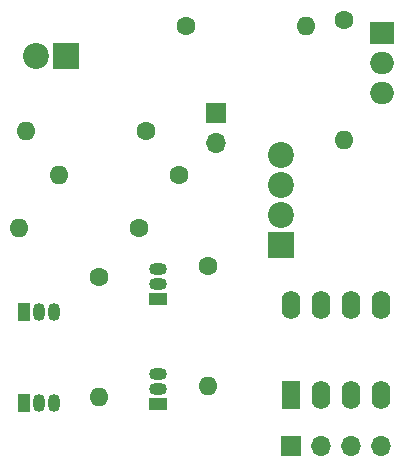
<source format=gbr>
%TF.GenerationSoftware,KiCad,Pcbnew,(6.0.10)*%
%TF.CreationDate,2023-01-15T11:08:54+01:00*%
%TF.ProjectId,PCB_PSU_LIN_2023-01-12,5043425f-5053-4555-9f4c-494e5f323032,rev?*%
%TF.SameCoordinates,Original*%
%TF.FileFunction,Copper,L2,Bot*%
%TF.FilePolarity,Positive*%
%FSLAX46Y46*%
G04 Gerber Fmt 4.6, Leading zero omitted, Abs format (unit mm)*
G04 Created by KiCad (PCBNEW (6.0.10)) date 2023-01-15 11:08:54*
%MOMM*%
%LPD*%
G01*
G04 APERTURE LIST*
%TA.AperFunction,ComponentPad*%
%ADD10C,1.600000*%
%TD*%
%TA.AperFunction,ComponentPad*%
%ADD11O,1.600000X1.600000*%
%TD*%
%TA.AperFunction,ComponentPad*%
%ADD12R,1.050000X1.500000*%
%TD*%
%TA.AperFunction,ComponentPad*%
%ADD13O,1.050000X1.500000*%
%TD*%
%TA.AperFunction,ComponentPad*%
%ADD14R,1.700000X1.700000*%
%TD*%
%TA.AperFunction,ComponentPad*%
%ADD15O,1.700000X1.700000*%
%TD*%
%TA.AperFunction,ComponentPad*%
%ADD16R,2.000000X1.905000*%
%TD*%
%TA.AperFunction,ComponentPad*%
%ADD17O,2.000000X1.905000*%
%TD*%
%TA.AperFunction,ComponentPad*%
%ADD18R,1.500000X1.050000*%
%TD*%
%TA.AperFunction,ComponentPad*%
%ADD19O,1.500000X1.050000*%
%TD*%
%TA.AperFunction,ComponentPad*%
%ADD20R,2.200000X2.200000*%
%TD*%
%TA.AperFunction,ComponentPad*%
%ADD21C,2.200000*%
%TD*%
%TA.AperFunction,ComponentPad*%
%ADD22R,1.600000X2.400000*%
%TD*%
%TA.AperFunction,ComponentPad*%
%ADD23O,1.600000X2.400000*%
%TD*%
G04 APERTURE END LIST*
D10*
%TO.P,R4,1*%
%TO.N,POWEROFF*%
X75311107Y-72393220D03*
D11*
%TO.P,R4,2*%
%TO.N,R4_1*%
X65151107Y-72393220D03*
%TD*%
D12*
%TO.P,Q4,1*%
%TO.N,Q3_2*%
X65052674Y-87741994D03*
D13*
%TO.P,Q4,2*%
%TO.N,R4_1*%
X66322674Y-87741994D03*
%TO.P,Q4,3*%
%TO.N,GND*%
X67592674Y-87741994D03*
%TD*%
D14*
%TO.P,P4,1*%
%TO.N,N/C*%
X87657000Y-99035000D03*
D15*
%TO.P,P4,2*%
X90197000Y-99035000D03*
%TO.P,P4,3*%
X92737000Y-99035000D03*
%TO.P,P4,4*%
X95277000Y-99035000D03*
%TD*%
D16*
%TO.P,Q1,1*%
%TO.N,R1_1*%
X95325935Y-64073305D03*
D17*
%TO.P,Q1,2*%
%TO.N,USB_PWR*%
X95325935Y-66613305D03*
%TO.P,Q1,3*%
%TO.N,BATT*%
X95325935Y-69153305D03*
%TD*%
D10*
%TO.P,R1,1*%
%TO.N,R1_1*%
X92069811Y-63019768D03*
D11*
%TO.P,R1,2*%
%TO.N,BATT*%
X92069811Y-73179768D03*
%TD*%
D10*
%TO.P,R2,1*%
%TO.N,IGN*%
X80601521Y-83820000D03*
D11*
%TO.P,R2,2*%
%TO.N,Q2_2*%
X80601521Y-93980000D03*
%TD*%
D18*
%TO.P,Q5,1*%
%TO.N,GND*%
X76317065Y-86595803D03*
D19*
%TO.P,Q5,2*%
%TO.N,IGN*%
X76317065Y-85325803D03*
%TO.P,Q5,3*%
%TO.N,SHUTDOWN*%
X76317065Y-84055803D03*
%TD*%
D10*
%TO.P,R7,1*%
%TO.N,GND*%
X74755012Y-80595080D03*
D11*
%TO.P,R7,2*%
%TO.N,Q3_2*%
X64595012Y-80595080D03*
%TD*%
D18*
%TO.P,Q2,1*%
%TO.N,R1_1*%
X76336262Y-95490000D03*
D19*
%TO.P,Q2,2*%
%TO.N,Q2_2*%
X76336262Y-94220000D03*
%TO.P,Q2,3*%
%TO.N,GND*%
X76336262Y-92950000D03*
%TD*%
D10*
%TO.P,R6,1*%
%TO.N,GND*%
X71392679Y-84704598D03*
D11*
%TO.P,R6,2*%
%TO.N,Q2_2*%
X71392679Y-94864598D03*
%TD*%
D14*
%TO.P,P3,1*%
%TO.N,POWEROFF*%
X81258320Y-70820081D03*
D15*
%TO.P,P3,2*%
%TO.N,SHUTDOWN*%
X81258320Y-73360081D03*
%TD*%
D10*
%TO.P,R5,1*%
%TO.N,IGN*%
X78132375Y-76114116D03*
D11*
%TO.P,R5,2*%
%TO.N,GND*%
X67972375Y-76114116D03*
%TD*%
D10*
%TO.P,R3,1*%
%TO.N,Q3_2*%
X78740000Y-63500000D03*
D11*
%TO.P,R3,2*%
%TO.N,USB_PWR*%
X88900000Y-63500000D03*
%TD*%
D20*
%TO.P,P2,1*%
%TO.N,USB_PWR_DIODE*%
X68580000Y-66040000D03*
D21*
%TO.P,P2,2*%
%TO.N,GND*%
X66040000Y-66040000D03*
%TD*%
D20*
%TO.P,P1,1*%
%TO.N,LIN*%
X86748032Y-82015000D03*
D21*
%TO.P,P1,2*%
%TO.N,GND*%
X86748032Y-79475000D03*
%TO.P,P1,3*%
%TO.N,BATT*%
X86748032Y-76935000D03*
%TO.P,P1,4*%
%TO.N,IGN*%
X86748032Y-74395000D03*
%TD*%
D22*
%TO.P,IC1,1*%
%TO.N,N/C*%
X87657000Y-94713000D03*
D23*
%TO.P,IC1,2*%
X90197000Y-94713000D03*
%TO.P,IC1,3*%
X92737000Y-94713000D03*
%TO.P,IC1,4*%
X95277000Y-94713000D03*
%TO.P,IC1,5*%
%TO.N,GND*%
X95277000Y-87093000D03*
%TO.P,IC1,6*%
%TO.N,LIN*%
X92737000Y-87093000D03*
%TO.P,IC1,7*%
%TO.N,BATT*%
X90197000Y-87093000D03*
%TO.P,IC1,8*%
%TO.N,N/C*%
X87657000Y-87093000D03*
%TD*%
D12*
%TO.P,Q3,1*%
%TO.N,R1_1*%
X64996066Y-95433173D03*
D13*
%TO.P,Q3,2*%
%TO.N,Q3_2*%
X66266066Y-95433173D03*
%TO.P,Q3,3*%
%TO.N,GND*%
X67536066Y-95433173D03*
%TD*%
M02*

</source>
